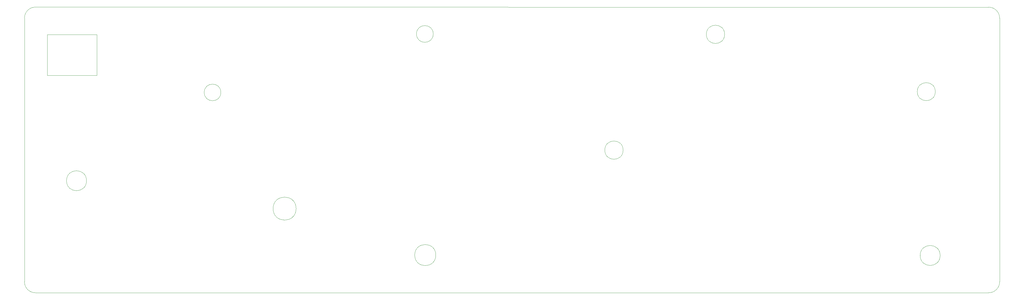
<source format=gbr>
%TF.GenerationSoftware,KiCad,Pcbnew,(5.1.5)-3*%
%TF.CreationDate,2021-06-23T12:29:00-05:00*%
%TF.ProjectId,Pikatea Keyboard,50696b61-7465-4612-904b-6579626f6172,rev?*%
%TF.SameCoordinates,Original*%
%TF.FileFunction,Profile,NP*%
%FSLAX46Y46*%
G04 Gerber Fmt 4.6, Leading zero omitted, Abs format (unit mm)*
G04 Created by KiCad (PCBNEW (5.1.5)-3) date 2021-06-23 12:29:00*
%MOMM*%
%LPD*%
G04 APERTURE LIST*
%TA.AperFunction,Profile*%
%ADD10C,0.050000*%
%TD*%
G04 APERTURE END LIST*
D10*
X-20471514Y-121920000D02*
G75*
G03X-20471514Y-121920000I-3277486J0D01*
G01*
X259309486Y-146431000D02*
G75*
G03X259309486Y-146431000I-3277486J0D01*
G01*
X257715945Y-92710000D02*
G75*
G03X257715945Y-92710000I-2953945J0D01*
G01*
X93171430Y-73787000D02*
G75*
G03X93171430Y-73787000I-2747430J0D01*
G01*
X188671308Y-73914000D02*
G75*
G03X188671308Y-73914000I-2997308J0D01*
G01*
X155400000Y-111887000D02*
G75*
G03X155400000Y-111887000I-3000000J0D01*
G01*
X94005774Y-146304000D02*
G75*
G03X94005774Y-146304000I-3454774J0D01*
G01*
X48221708Y-131064000D02*
G75*
G03X48221708Y-131064000I-3771708J0D01*
G01*
X23554806Y-92964000D02*
G75*
G03X23554806Y-92964000I-2726806J0D01*
G01*
X-40811000Y-68580000D02*
G75*
G02X-37211000Y-64980000I3600000J0D01*
G01*
X-37211000Y-158667000D02*
G75*
G02X-40811000Y-155067000I0J3600000D01*
G01*
X278809000Y-155067000D02*
G75*
G02X275209000Y-158667000I-3600000J0D01*
G01*
X-33320000Y-73990000D02*
X-17120000Y-74010000D01*
X-33320000Y-87380000D02*
X-33320000Y-73990000D01*
X-17120000Y-87380000D02*
X-33320000Y-87380000D01*
X-17120000Y-74010000D02*
X-17120000Y-87380000D01*
X275200000Y-65000000D02*
G75*
G02X278800000Y-68600000I0J-3600000D01*
G01*
X-40811000Y-155067000D02*
X-40811000Y-68580000D01*
X275200000Y-65000000D02*
X-37211000Y-64980000D01*
X278800000Y-68600000D02*
X278809000Y-155067000D01*
X-37211000Y-158667000D02*
X275209000Y-158667000D01*
M02*

</source>
